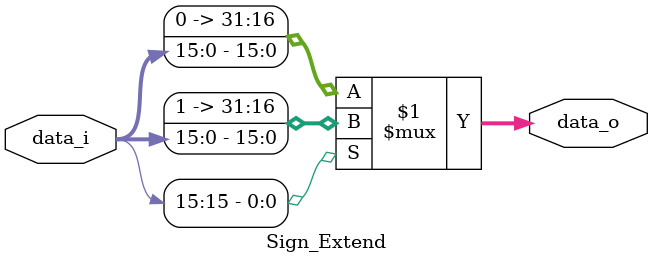
<source format=v>

module Sign_Extend(
    data_i,
    data_o
    );
               
//I/O ports
input   [16-1:0] data_i;
output  [32-1:0] data_o;

//Internal Signals
wire     [32-1:0] data_o;

//Sign extended
assign data_o = data_i[15]? {16'b1111111111111111,data_i}:{16'b0000000000000000,data_i};   
endmodule      
     
</source>
